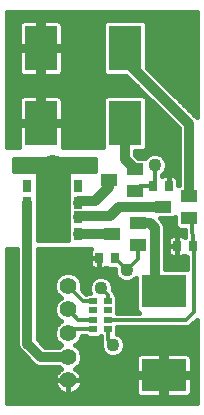
<source format=gtl>
G75*
G70*
%OFA0B0*%
%FSLAX24Y24*%
%IPPOS*%
%LPD*%
%AMOC8*
5,1,8,0,0,1.08239X$1,22.5*
%
%ADD10C,0.0555*%
%ADD11R,0.1100X0.1500*%
%ADD12R,0.1500X0.1100*%
%ADD13R,0.0551X0.0394*%
%ADD14R,0.0256X0.0197*%
%ADD15R,0.0276X0.0354*%
%ADD16R,0.1142X0.1969*%
%ADD17R,0.0276X0.0394*%
%ADD18C,0.0320*%
%ADD19C,0.0160*%
%ADD20C,0.0436*%
%ADD21C,0.0120*%
%ADD22C,0.0860*%
D10*
X002989Y001105D03*
X002989Y001893D03*
X002989Y002680D03*
X002989Y003467D03*
X002989Y004255D03*
D11*
X002080Y009680D03*
X002080Y012180D03*
X004890Y012180D03*
X004890Y009680D03*
D12*
X006180Y004090D03*
X006180Y001280D03*
D13*
X005313Y005606D03*
X005313Y006354D03*
X005213Y007406D03*
X005213Y008154D03*
X004347Y007780D03*
X004447Y005980D03*
X006147Y006880D03*
X007013Y006506D03*
X007013Y007254D03*
D14*
X004326Y003752D03*
X004326Y003437D03*
X004326Y003123D03*
X004326Y002808D03*
X003834Y002808D03*
X003834Y003123D03*
X003834Y003437D03*
X003834Y003752D03*
D15*
X004024Y005180D03*
X004536Y005180D03*
X005824Y007580D03*
X006336Y007580D03*
X006624Y005580D03*
X007136Y005580D03*
D16*
X002480Y006780D03*
D17*
X001634Y006544D03*
X001634Y007016D03*
X001634Y007567D03*
X001634Y005993D03*
X003326Y005993D03*
X003326Y006544D03*
X003326Y007016D03*
X003326Y007567D03*
D18*
X003363Y007080D02*
X003380Y007080D01*
X003326Y007026D01*
X003326Y007016D01*
X003380Y007080D02*
X003880Y007080D01*
X004347Y007547D01*
X004347Y007780D01*
X004890Y008477D02*
X005213Y008154D01*
X004890Y008477D02*
X004890Y009680D01*
X004880Y011780D02*
X004880Y012180D01*
X004890Y012180D01*
X004880Y011780D02*
X007013Y009647D01*
X007013Y007254D01*
X006147Y006880D02*
X004680Y006880D01*
X004380Y006580D01*
X003363Y006580D01*
X003326Y006544D01*
X003326Y005993D02*
X003339Y005980D01*
X003439Y005980D01*
X003580Y005980D01*
X004447Y005980D01*
X005313Y006354D02*
X005706Y006354D01*
X005880Y006180D01*
X005880Y004190D01*
X006180Y004090D01*
X002989Y001893D02*
X002976Y001880D01*
X002080Y001880D01*
X001634Y002326D01*
X001634Y005993D01*
X001634Y006544D01*
X001634Y007016D01*
D19*
X000960Y005480D02*
X000960Y000360D01*
X007270Y000360D01*
X007270Y003131D01*
X007058Y002919D01*
X006970Y002883D01*
X004634Y002883D01*
X004634Y002647D01*
X004706Y002618D01*
X004818Y002506D01*
X004878Y002359D01*
X004878Y002201D01*
X004818Y002054D01*
X004706Y001942D01*
X004559Y001882D01*
X004401Y001882D01*
X004254Y001942D01*
X004142Y002054D01*
X004082Y002201D01*
X004082Y002359D01*
X004090Y002378D01*
X004086Y002386D01*
X004086Y002567D01*
X004080Y002573D01*
X004036Y002529D01*
X003631Y002529D01*
X003593Y002568D01*
X003437Y002568D01*
X003376Y002421D01*
X003248Y002292D01*
X003234Y002286D01*
X003248Y002280D01*
X003376Y002152D01*
X003446Y001984D01*
X003446Y001802D01*
X003376Y001633D01*
X003248Y001505D01*
X003228Y001497D01*
X003228Y001496D01*
X003287Y001454D01*
X003338Y001403D01*
X003380Y001345D01*
X003413Y001281D01*
X003435Y001212D01*
X003446Y001141D01*
X003446Y001105D01*
X002989Y001105D01*
X002989Y001105D01*
X002989Y000648D01*
X003025Y000648D01*
X003096Y000659D01*
X003164Y000681D01*
X003228Y000714D01*
X003287Y000756D01*
X003338Y000807D01*
X003380Y000865D01*
X003413Y000930D01*
X003435Y000998D01*
X003446Y001069D01*
X003446Y001105D01*
X002989Y001105D01*
X002989Y001105D01*
X002989Y000648D01*
X002953Y000648D01*
X002882Y000659D01*
X002813Y000681D01*
X002749Y000714D01*
X002691Y000756D01*
X002640Y000807D01*
X002597Y000865D01*
X002565Y000930D01*
X002542Y000998D01*
X002531Y001069D01*
X002531Y001105D01*
X002989Y001105D01*
X002989Y001105D01*
X002531Y001105D01*
X002531Y001141D01*
X002542Y001212D01*
X002565Y001281D01*
X002597Y001345D01*
X002640Y001403D01*
X002691Y001454D01*
X002749Y001496D01*
X002749Y001497D01*
X002730Y001505D01*
X002694Y001540D01*
X002012Y001540D01*
X001887Y001592D01*
X001441Y002038D01*
X001345Y002134D01*
X001294Y002259D01*
X001294Y005480D01*
X000960Y005480D01*
X000960Y005360D02*
X001294Y005360D01*
X001294Y005202D02*
X000960Y005202D01*
X000960Y005043D02*
X001294Y005043D01*
X001294Y004885D02*
X000960Y004885D01*
X000960Y004726D02*
X001294Y004726D01*
X001294Y004568D02*
X000960Y004568D01*
X000960Y004409D02*
X001294Y004409D01*
X001294Y004251D02*
X000960Y004251D01*
X000960Y004092D02*
X001294Y004092D01*
X001294Y003934D02*
X000960Y003934D01*
X000960Y003775D02*
X001294Y003775D01*
X001294Y003617D02*
X000960Y003617D01*
X000960Y003458D02*
X001294Y003458D01*
X001294Y003300D02*
X000960Y003300D01*
X000960Y003141D02*
X001294Y003141D01*
X001294Y002983D02*
X000960Y002983D01*
X000960Y002824D02*
X001294Y002824D01*
X001294Y002666D02*
X000960Y002666D01*
X000960Y002507D02*
X001294Y002507D01*
X001294Y002349D02*
X000960Y002349D01*
X000960Y002190D02*
X001322Y002190D01*
X001448Y002032D02*
X000960Y002032D01*
X000960Y001873D02*
X001606Y001873D01*
X001765Y001715D02*
X000960Y001715D01*
X000960Y001556D02*
X001974Y001556D01*
X002221Y002220D02*
X001974Y002467D01*
X001974Y005480D01*
X003755Y005480D01*
X003742Y005468D01*
X003719Y005427D01*
X003706Y005381D01*
X003706Y005180D01*
X003706Y004979D01*
X003719Y004933D01*
X003742Y004892D01*
X003776Y004859D01*
X003817Y004835D01*
X003863Y004823D01*
X004024Y004823D01*
X004024Y005180D01*
X003706Y005180D01*
X004024Y005180D01*
X004024Y005180D01*
X004024Y005180D01*
X004024Y004823D01*
X004186Y004823D01*
X004231Y004835D01*
X004272Y004859D01*
X004280Y004866D01*
X004324Y004823D01*
X004538Y004823D01*
X004538Y004701D01*
X004598Y004554D01*
X004710Y004442D01*
X004857Y004382D01*
X005015Y004382D01*
X005161Y004442D01*
X005250Y004531D01*
X005250Y003465D01*
X005353Y003363D01*
X004634Y003363D01*
X004634Y003925D01*
X004558Y004002D01*
X004530Y004070D01*
X004478Y004121D01*
X004478Y004259D01*
X004418Y004406D01*
X004306Y004518D01*
X004159Y004578D01*
X004001Y004578D01*
X003854Y004518D01*
X003742Y004406D01*
X003682Y004259D01*
X003682Y004101D01*
X003711Y004031D01*
X003631Y004031D01*
X003593Y003992D01*
X003590Y003992D01*
X003438Y004145D01*
X003446Y004164D01*
X003446Y004346D01*
X003376Y004514D01*
X003248Y004643D01*
X003080Y004712D01*
X002898Y004712D01*
X002730Y004643D01*
X002601Y004514D01*
X002531Y004346D01*
X002531Y004164D01*
X002601Y003996D01*
X002730Y003867D01*
X002744Y003861D01*
X002730Y003855D01*
X002601Y003727D01*
X002531Y003558D01*
X002531Y003376D01*
X002601Y003208D01*
X002730Y003080D01*
X002744Y003074D01*
X002730Y003068D01*
X002601Y002939D01*
X002531Y002771D01*
X002531Y002589D01*
X002601Y002421D01*
X002730Y002292D01*
X002744Y002286D01*
X002730Y002280D01*
X002669Y002220D01*
X002221Y002220D01*
X002092Y002349D02*
X002673Y002349D01*
X002565Y002507D02*
X001974Y002507D01*
X001974Y002666D02*
X002531Y002666D01*
X002553Y002824D02*
X001974Y002824D01*
X001974Y002983D02*
X002644Y002983D01*
X002668Y003141D02*
X001974Y003141D01*
X001974Y003300D02*
X002563Y003300D01*
X002531Y003458D02*
X001974Y003458D01*
X001974Y003617D02*
X002555Y003617D01*
X002649Y003775D02*
X001974Y003775D01*
X001974Y003934D02*
X002663Y003934D01*
X002561Y004092D02*
X001974Y004092D01*
X001974Y004251D02*
X002531Y004251D01*
X002557Y004409D02*
X001974Y004409D01*
X001974Y004568D02*
X002654Y004568D01*
X003323Y004568D02*
X003975Y004568D01*
X003746Y004409D02*
X003420Y004409D01*
X003446Y004251D02*
X003682Y004251D01*
X003686Y004092D02*
X003491Y004092D01*
X003750Y004885D02*
X001974Y004885D01*
X001974Y005043D02*
X003706Y005043D01*
X003706Y005202D02*
X001974Y005202D01*
X001974Y005360D02*
X003706Y005360D01*
X004024Y005043D02*
X004024Y005043D01*
X004024Y004885D02*
X004024Y004885D01*
X004185Y004568D02*
X004593Y004568D01*
X004538Y004726D02*
X001974Y004726D01*
X001980Y005780D02*
X001980Y008080D01*
X001180Y008080D01*
X001180Y008480D01*
X003880Y008480D01*
X003880Y008080D01*
X002980Y008080D01*
X002980Y005780D01*
X001980Y005780D01*
X001980Y005836D02*
X002980Y005836D01*
X002980Y005994D02*
X001980Y005994D01*
X001980Y006153D02*
X002980Y006153D01*
X002980Y006311D02*
X001980Y006311D01*
X001980Y006470D02*
X002980Y006470D01*
X002980Y006628D02*
X001980Y006628D01*
X001980Y006787D02*
X002980Y006787D01*
X002980Y006945D02*
X001980Y006945D01*
X001980Y007104D02*
X002980Y007104D01*
X002980Y007262D02*
X001980Y007262D01*
X001980Y007421D02*
X002980Y007421D01*
X002980Y007579D02*
X001980Y007579D01*
X001980Y007738D02*
X002980Y007738D01*
X002980Y007896D02*
X001980Y007896D01*
X001980Y008055D02*
X002980Y008055D01*
X002803Y008880D02*
X002810Y008906D01*
X002810Y009600D01*
X002160Y009600D01*
X002160Y009760D01*
X002810Y009760D01*
X002810Y010454D01*
X002798Y010499D01*
X002774Y010541D01*
X002741Y010574D01*
X002699Y010598D01*
X002654Y010610D01*
X002160Y010610D01*
X002160Y009760D01*
X002000Y009760D01*
X002000Y010610D01*
X001506Y010610D01*
X001461Y010598D01*
X001419Y010574D01*
X001386Y010541D01*
X001362Y010499D01*
X001350Y010454D01*
X001350Y009760D01*
X002000Y009760D01*
X002000Y009600D01*
X001350Y009600D01*
X001350Y008906D01*
X001357Y008880D01*
X000960Y008880D01*
X000960Y013396D01*
X007270Y013396D01*
X007270Y009871D01*
X005620Y011521D01*
X005620Y013005D01*
X005515Y013110D01*
X004265Y013110D01*
X004160Y013005D01*
X004160Y011355D01*
X004265Y011250D01*
X004929Y011250D01*
X006673Y009506D01*
X006673Y007631D01*
X006663Y007631D01*
X006654Y007622D01*
X006654Y007781D01*
X006641Y007827D01*
X006618Y007868D01*
X006584Y007901D01*
X006543Y007925D01*
X006497Y007937D01*
X006336Y007937D01*
X006336Y007580D01*
X006336Y007580D01*
X006336Y007937D01*
X006174Y007937D01*
X006129Y007925D01*
X006120Y007920D01*
X006120Y007957D01*
X006218Y008054D01*
X006278Y008201D01*
X006278Y008359D01*
X006218Y008506D01*
X006106Y008618D01*
X005959Y008678D01*
X005801Y008678D01*
X005654Y008618D01*
X005566Y008529D01*
X005563Y008531D01*
X005317Y008531D01*
X005230Y008618D01*
X005230Y008750D01*
X005515Y008750D01*
X005620Y008855D01*
X005620Y010505D01*
X005515Y010610D01*
X004265Y010610D01*
X004160Y010505D01*
X004160Y008880D01*
X002803Y008880D01*
X002810Y009006D02*
X004160Y009006D01*
X004160Y009164D02*
X002810Y009164D01*
X002810Y009323D02*
X004160Y009323D01*
X004160Y009481D02*
X002810Y009481D01*
X002810Y009798D02*
X004160Y009798D01*
X004160Y009640D02*
X002160Y009640D01*
X002160Y009798D02*
X002000Y009798D01*
X002000Y009640D02*
X000960Y009640D01*
X000960Y009798D02*
X001350Y009798D01*
X001350Y009957D02*
X000960Y009957D01*
X000960Y010115D02*
X001350Y010115D01*
X001350Y010274D02*
X000960Y010274D01*
X000960Y010432D02*
X001350Y010432D01*
X001448Y010591D02*
X000960Y010591D01*
X000960Y010749D02*
X005430Y010749D01*
X005272Y010908D02*
X000960Y010908D01*
X000960Y011066D02*
X005113Y011066D01*
X004955Y011225D02*
X000960Y011225D01*
X000960Y011383D02*
X001356Y011383D01*
X001362Y011361D02*
X001350Y011406D01*
X001350Y012100D01*
X002000Y012100D01*
X002160Y012100D01*
X002160Y012260D01*
X002810Y012260D01*
X002810Y012954D01*
X002798Y012999D01*
X002774Y013041D01*
X002741Y013074D01*
X002699Y013098D01*
X002654Y013110D01*
X002160Y013110D01*
X002160Y012260D01*
X002000Y012260D01*
X002000Y013110D01*
X001506Y013110D01*
X001461Y013098D01*
X001419Y013074D01*
X001386Y013041D01*
X001362Y012999D01*
X001350Y012954D01*
X001350Y012260D01*
X002000Y012260D01*
X002000Y012100D01*
X002000Y011250D01*
X001506Y011250D01*
X001461Y011262D01*
X001419Y011286D01*
X001386Y011319D01*
X001362Y011361D01*
X001350Y011542D02*
X000960Y011542D01*
X000960Y011700D02*
X001350Y011700D01*
X001350Y011859D02*
X000960Y011859D01*
X000960Y012017D02*
X001350Y012017D01*
X001350Y012334D02*
X000960Y012334D01*
X000960Y012176D02*
X002000Y012176D01*
X002000Y012334D02*
X002160Y012334D01*
X002160Y012176D02*
X004160Y012176D01*
X004160Y012334D02*
X002810Y012334D01*
X002810Y012493D02*
X004160Y012493D01*
X004160Y012651D02*
X002810Y012651D01*
X002810Y012810D02*
X004160Y012810D01*
X004160Y012968D02*
X002806Y012968D01*
X002160Y012968D02*
X002000Y012968D01*
X002000Y012810D02*
X002160Y012810D01*
X002160Y012651D02*
X002000Y012651D01*
X002000Y012493D02*
X002160Y012493D01*
X002160Y012100D02*
X002810Y012100D01*
X002810Y011406D01*
X002798Y011361D01*
X002774Y011319D01*
X002741Y011286D01*
X002699Y011262D01*
X002654Y011250D01*
X002160Y011250D01*
X002160Y012100D01*
X002160Y012017D02*
X002000Y012017D01*
X002000Y011859D02*
X002160Y011859D01*
X002160Y011700D02*
X002000Y011700D01*
X002000Y011542D02*
X002160Y011542D01*
X002160Y011383D02*
X002000Y011383D01*
X002000Y010591D02*
X002160Y010591D01*
X002160Y010432D02*
X002000Y010432D01*
X002000Y010274D02*
X002160Y010274D01*
X002160Y010115D02*
X002000Y010115D01*
X002000Y009957D02*
X002160Y009957D01*
X002712Y010591D02*
X004246Y010591D01*
X004160Y010432D02*
X002810Y010432D01*
X002810Y010274D02*
X004160Y010274D01*
X004160Y010115D02*
X002810Y010115D01*
X002810Y009957D02*
X004160Y009957D01*
X004160Y011383D02*
X002804Y011383D01*
X002810Y011542D02*
X004160Y011542D01*
X004160Y011700D02*
X002810Y011700D01*
X002810Y011859D02*
X004160Y011859D01*
X004160Y012017D02*
X002810Y012017D01*
X001350Y012493D02*
X000960Y012493D01*
X000960Y012651D02*
X001350Y012651D01*
X001350Y012810D02*
X000960Y012810D01*
X000960Y012968D02*
X001354Y012968D01*
X000960Y013127D02*
X007270Y013127D01*
X007270Y013285D02*
X000960Y013285D01*
X000960Y009481D02*
X001350Y009481D01*
X001350Y009323D02*
X000960Y009323D01*
X000960Y009164D02*
X001350Y009164D01*
X001350Y009006D02*
X000960Y009006D01*
X001180Y008372D02*
X003880Y008372D01*
X003880Y008213D02*
X001180Y008213D01*
X004414Y004409D02*
X004791Y004409D01*
X004478Y004251D02*
X005250Y004251D01*
X005250Y004092D02*
X004507Y004092D01*
X004626Y003934D02*
X005250Y003934D01*
X005250Y003775D02*
X004634Y003775D01*
X004634Y003617D02*
X005250Y003617D01*
X005257Y003458D02*
X004634Y003458D01*
X004634Y002824D02*
X007270Y002824D01*
X007270Y002666D02*
X004634Y002666D01*
X004816Y002507D02*
X007270Y002507D01*
X007270Y002349D02*
X004878Y002349D01*
X004874Y002190D02*
X007270Y002190D01*
X007270Y002032D02*
X004795Y002032D01*
X005262Y001899D02*
X005250Y001854D01*
X005250Y001360D01*
X006100Y001360D01*
X006100Y002010D01*
X005406Y002010D01*
X005361Y001998D01*
X005319Y001974D01*
X005286Y001941D01*
X005262Y001899D01*
X005255Y001873D02*
X003446Y001873D01*
X003426Y002032D02*
X004165Y002032D01*
X004086Y002190D02*
X003338Y002190D01*
X003304Y002349D02*
X004082Y002349D01*
X004086Y002507D02*
X003412Y002507D01*
X003410Y001715D02*
X005250Y001715D01*
X005250Y001556D02*
X003299Y001556D01*
X003342Y001398D02*
X005250Y001398D01*
X005250Y001200D02*
X005250Y000706D01*
X005262Y000661D01*
X005286Y000619D01*
X005319Y000586D01*
X005361Y000562D01*
X005406Y000550D01*
X006100Y000550D01*
X006100Y001200D01*
X006260Y001200D01*
X006260Y001360D01*
X006100Y001360D01*
X006100Y001200D01*
X005250Y001200D01*
X005250Y001081D02*
X003446Y001081D01*
X003409Y000922D02*
X005250Y000922D01*
X005250Y000764D02*
X003294Y000764D01*
X002989Y000764D02*
X002989Y000764D01*
X002989Y000922D02*
X002989Y000922D01*
X002989Y001081D02*
X002989Y001081D01*
X002683Y000764D02*
X000960Y000764D01*
X000960Y000922D02*
X002569Y000922D01*
X002531Y001081D02*
X000960Y001081D01*
X000960Y001239D02*
X002551Y001239D01*
X002636Y001398D02*
X000960Y001398D01*
X000960Y000605D02*
X005300Y000605D01*
X006100Y000605D02*
X006260Y000605D01*
X006260Y000550D02*
X006954Y000550D01*
X006999Y000562D01*
X007041Y000586D01*
X007074Y000619D01*
X007098Y000661D01*
X007110Y000706D01*
X007110Y001200D01*
X006260Y001200D01*
X006260Y000550D01*
X006260Y000764D02*
X006100Y000764D01*
X006100Y000922D02*
X006260Y000922D01*
X006260Y001081D02*
X006100Y001081D01*
X006100Y001239D02*
X003426Y001239D01*
X005081Y004409D02*
X005250Y004409D01*
X006220Y004820D02*
X006220Y006248D01*
X006168Y006373D01*
X006073Y006468D01*
X006038Y006503D01*
X006497Y006503D01*
X006557Y006564D01*
X006557Y006235D01*
X006663Y006129D01*
X006888Y006129D01*
X006891Y005905D01*
X006880Y005894D01*
X006872Y005901D01*
X006831Y005925D01*
X006786Y005937D01*
X006624Y005937D01*
X006463Y005937D01*
X006417Y005925D01*
X006376Y005901D01*
X006342Y005868D01*
X006319Y005827D01*
X006306Y005781D01*
X006306Y005580D01*
X006306Y005379D01*
X006319Y005333D01*
X006342Y005292D01*
X006376Y005259D01*
X006417Y005235D01*
X006463Y005223D01*
X006624Y005223D01*
X006624Y005580D01*
X006306Y005580D01*
X006624Y005580D01*
X006624Y005580D01*
X006624Y005580D01*
X006624Y005937D01*
X006624Y005580D01*
X006624Y005580D01*
X006624Y005223D01*
X006786Y005223D01*
X006831Y005235D01*
X006872Y005259D01*
X006880Y005266D01*
X006924Y005223D01*
X006940Y005223D01*
X006940Y004820D01*
X006220Y004820D01*
X006220Y004885D02*
X006940Y004885D01*
X006940Y005043D02*
X006220Y005043D01*
X006220Y005202D02*
X006940Y005202D01*
X006624Y005360D02*
X006624Y005360D01*
X006624Y005519D02*
X006624Y005519D01*
X006624Y005677D02*
X006624Y005677D01*
X006624Y005836D02*
X006624Y005836D01*
X006640Y006153D02*
X006220Y006153D01*
X006220Y005994D02*
X006890Y005994D01*
X006557Y006311D02*
X006194Y006311D01*
X006071Y006470D02*
X006557Y006470D01*
X006324Y005836D02*
X006220Y005836D01*
X006220Y005677D02*
X006306Y005677D01*
X006306Y005519D02*
X006220Y005519D01*
X006220Y005360D02*
X006311Y005360D01*
X007122Y002983D02*
X007270Y002983D01*
X006999Y001998D02*
X006954Y002010D01*
X006260Y002010D01*
X006260Y001360D01*
X007110Y001360D01*
X007110Y001854D01*
X007098Y001899D01*
X007074Y001941D01*
X007041Y001974D01*
X006999Y001998D01*
X007105Y001873D02*
X007270Y001873D01*
X007270Y001715D02*
X007110Y001715D01*
X007110Y001556D02*
X007270Y001556D01*
X007270Y001398D02*
X007110Y001398D01*
X007270Y001239D02*
X006260Y001239D01*
X006260Y001398D02*
X006100Y001398D01*
X006100Y001556D02*
X006260Y001556D01*
X006260Y001715D02*
X006100Y001715D01*
X006100Y001873D02*
X006260Y001873D01*
X007110Y001081D02*
X007270Y001081D01*
X007270Y000922D02*
X007110Y000922D01*
X007110Y000764D02*
X007270Y000764D01*
X007270Y000605D02*
X007060Y000605D01*
X007270Y000447D02*
X000960Y000447D01*
X006218Y008055D02*
X006673Y008055D01*
X006673Y008213D02*
X006278Y008213D01*
X006273Y008372D02*
X006673Y008372D01*
X006673Y008530D02*
X006193Y008530D01*
X006336Y007896D02*
X006336Y007896D01*
X006336Y007738D02*
X006336Y007738D01*
X006589Y007896D02*
X006673Y007896D01*
X006673Y007738D02*
X006654Y007738D01*
X006673Y008689D02*
X005230Y008689D01*
X005564Y008530D02*
X005567Y008530D01*
X005612Y008847D02*
X006673Y008847D01*
X006673Y009006D02*
X005620Y009006D01*
X005620Y009164D02*
X006673Y009164D01*
X006673Y009323D02*
X005620Y009323D01*
X005620Y009481D02*
X006673Y009481D01*
X006540Y009640D02*
X005620Y009640D01*
X005620Y009798D02*
X006381Y009798D01*
X006223Y009957D02*
X005620Y009957D01*
X005620Y010115D02*
X006064Y010115D01*
X005906Y010274D02*
X005620Y010274D01*
X005620Y010432D02*
X005747Y010432D01*
X005589Y010591D02*
X005534Y010591D01*
X005916Y011225D02*
X007270Y011225D01*
X007270Y011383D02*
X005758Y011383D01*
X005620Y011542D02*
X007270Y011542D01*
X007270Y011700D02*
X005620Y011700D01*
X005620Y011859D02*
X007270Y011859D01*
X007270Y012017D02*
X005620Y012017D01*
X005620Y012176D02*
X007270Y012176D01*
X007270Y012334D02*
X005620Y012334D01*
X005620Y012493D02*
X007270Y012493D01*
X007270Y012651D02*
X005620Y012651D01*
X005620Y012810D02*
X007270Y012810D01*
X007270Y012968D02*
X005620Y012968D01*
X006075Y011066D02*
X007270Y011066D01*
X007270Y010908D02*
X006233Y010908D01*
X006392Y010749D02*
X007270Y010749D01*
X007270Y010591D02*
X006550Y010591D01*
X006709Y010432D02*
X007270Y010432D01*
X007270Y010274D02*
X006867Y010274D01*
X007026Y010115D02*
X007270Y010115D01*
X007270Y009957D02*
X007184Y009957D01*
D20*
X006280Y009280D03*
X005880Y008280D03*
X006380Y006180D03*
X004936Y004780D03*
X004080Y004180D03*
X003080Y005280D03*
X004480Y002280D03*
D21*
X004326Y002434D01*
X004326Y002808D01*
X004326Y003123D02*
X006923Y003123D01*
X007180Y003380D01*
X007180Y005536D01*
X007136Y005580D01*
X007124Y006395D01*
X007013Y006506D01*
X005880Y007636D02*
X005880Y008280D01*
X005880Y007636D02*
X005824Y007580D01*
X005387Y007580D01*
X005213Y007406D01*
X005313Y005606D02*
X005313Y005157D01*
X004936Y004780D01*
X004980Y004780D01*
X004936Y004780D02*
X004536Y005180D01*
X004080Y004180D02*
X004326Y003934D01*
X004326Y003752D01*
X003834Y003752D02*
X003491Y003752D01*
X002989Y004255D01*
X002989Y003467D02*
X003334Y003123D01*
X003834Y003123D01*
X003834Y002808D02*
X003116Y002808D01*
X002989Y002680D01*
D22*
X002480Y006780D02*
X002480Y008180D01*
M02*

</source>
